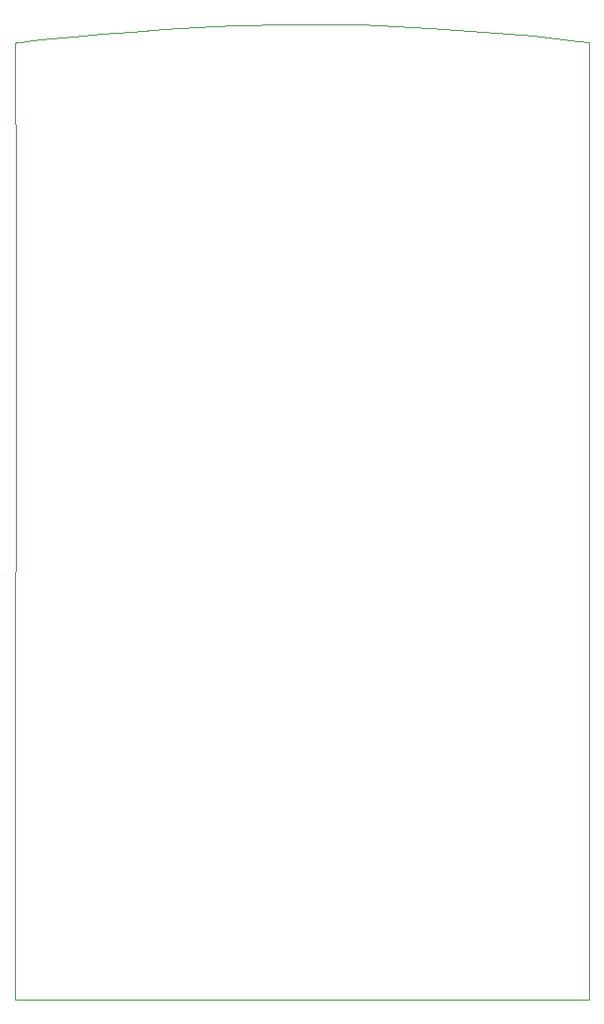
<source format=gbr>
G04 #@! TF.GenerationSoftware,KiCad,Pcbnew,(6.99.0-2452-gdb4f2d9dd8)*
G04 #@! TF.CreationDate,2022-08-02T16:49:26-05:00*
G04 #@! TF.ProjectId,CalPoly,43616c50-6f6c-4792-9e6b-696361645f70,rev?*
G04 #@! TF.SameCoordinates,Original*
G04 #@! TF.FileFunction,Profile,NP*
%FSLAX46Y46*%
G04 Gerber Fmt 4.6, Leading zero omitted, Abs format (unit mm)*
G04 Created by KiCad (PCBNEW (6.99.0-2452-gdb4f2d9dd8)) date 2022-08-02 16:49:26*
%MOMM*%
%LPD*%
G01*
G04 APERTURE LIST*
G04 #@! TA.AperFunction,Profile*
%ADD10C,0.080000*%
G04 #@! TD*
G04 APERTURE END LIST*
D10*
X42928400Y-119997515D02*
X42997687Y-43379939D01*
X42928400Y-119997515D02*
X42928400Y-119997515D01*
X94871600Y-119997515D02*
X42928400Y-119997515D01*
X94871600Y-119997515D02*
X94871600Y-119997515D01*
X94870404Y-39161397D02*
X94871600Y-119997515D01*
X94870404Y-39161397D02*
X94870404Y-39161397D01*
X94871600Y-33591756D02*
X94870404Y-39161397D01*
X94871600Y-33591756D02*
X94871600Y-33591756D01*
X93892645Y-33473037D02*
X94871600Y-33591756D01*
X93892645Y-33473037D02*
X93892645Y-33473037D01*
X89859814Y-33041341D02*
X93892645Y-33473037D01*
X85262326Y-32645330D02*
X89859814Y-33041341D01*
X80462237Y-32313060D02*
X85262326Y-32645330D01*
X75821600Y-32072588D02*
X80462237Y-32313060D01*
X75821600Y-32072588D02*
X75821600Y-32072588D01*
X74219667Y-32026818D02*
X75821600Y-32072588D01*
X72228948Y-32002486D02*
X74219667Y-32026818D01*
X67598609Y-32013029D02*
X72228948Y-32002486D01*
X62965495Y-32093993D02*
X67598609Y-32013029D01*
X60971309Y-32157689D02*
X62965495Y-32093993D01*
X59364520Y-32235155D02*
X60971309Y-32157689D01*
X59364520Y-32235155D02*
X59364520Y-32235155D01*
X56399187Y-32426669D02*
X59364520Y-32235155D01*
X53499080Y-32632147D02*
X56399187Y-32426669D01*
X50762400Y-32842965D02*
X53499080Y-32632147D01*
X48287346Y-33050498D02*
X50762400Y-32842965D01*
X46172116Y-33246122D02*
X48287346Y-33050498D01*
X44514910Y-33421212D02*
X46172116Y-33246122D01*
X43413927Y-33567143D02*
X44514910Y-33421212D01*
X43102705Y-33626479D02*
X43413927Y-33567143D01*
X42967365Y-33675292D02*
X43102705Y-33626479D01*
X42967365Y-33675292D02*
X42967365Y-33675292D01*
X42951095Y-34109813D02*
X42967365Y-33675292D01*
X42946281Y-35217393D02*
X42951095Y-34109813D01*
X42959573Y-38550505D02*
X42946281Y-35217393D01*
X42997687Y-43379939D02*
X42959573Y-38550505D01*
M02*

</source>
